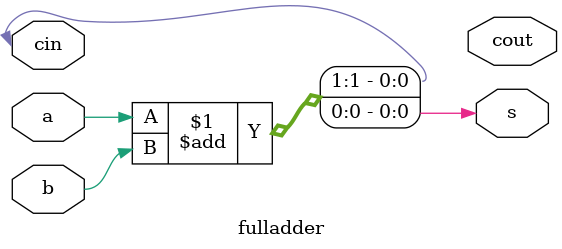
<source format=v>
module fulladder(
    output s,
    output cout,
    input a,
    input b,
    input cin
);

    assign {cin,s} = a+b;

endmodule

</source>
